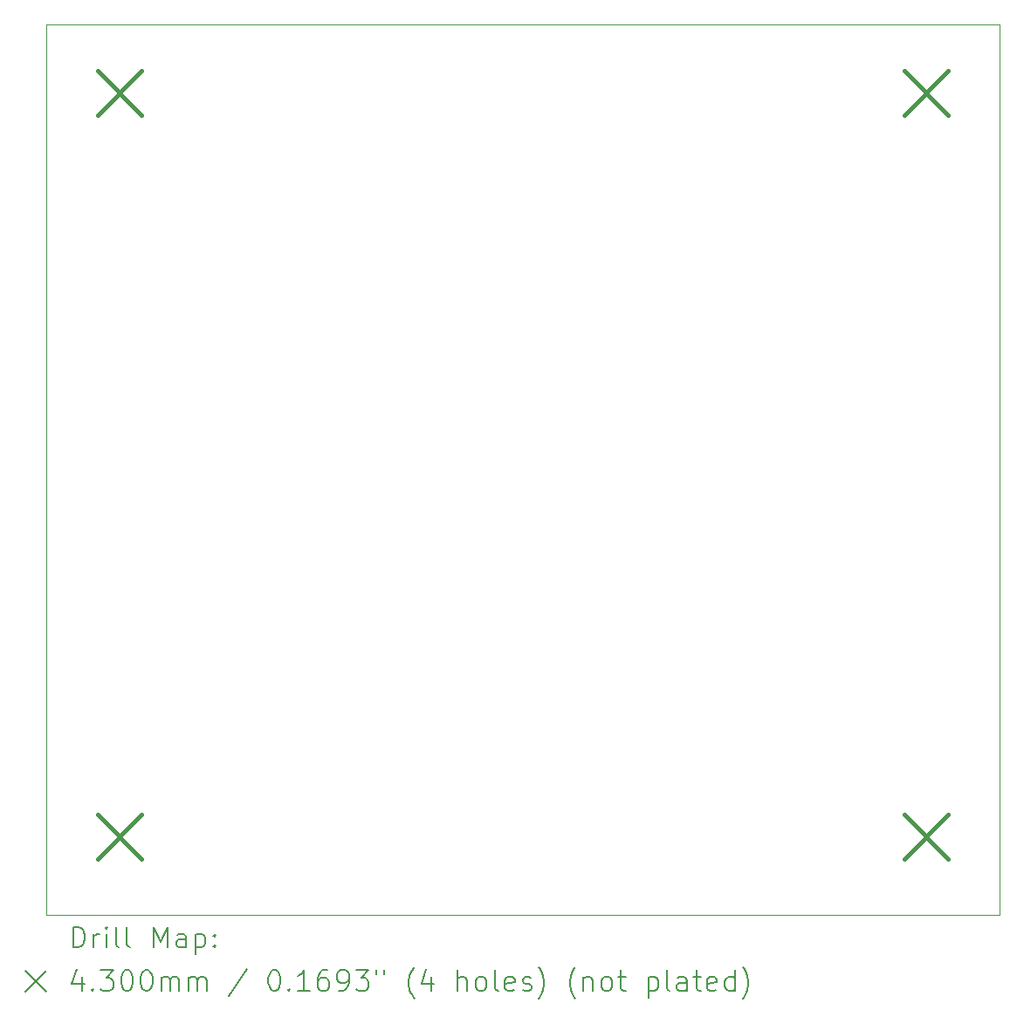
<source format=gbr>
%TF.GenerationSoftware,KiCad,Pcbnew,8.0.0*%
%TF.CreationDate,2024-05-13T12:24:49+02:00*%
%TF.ProjectId,plc_io_module,706c635f-696f-45f6-9d6f-64756c652e6b,1.0.0*%
%TF.SameCoordinates,Original*%
%TF.FileFunction,Drillmap*%
%TF.FilePolarity,Positive*%
%FSLAX45Y45*%
G04 Gerber Fmt 4.5, Leading zero omitted, Abs format (unit mm)*
G04 Created by KiCad (PCBNEW 8.0.0) date 2024-05-13 12:24:49*
%MOMM*%
%LPD*%
G01*
G04 APERTURE LIST*
%ADD10C,0.050000*%
%ADD11C,0.200000*%
%ADD12C,0.430000*%
G04 APERTURE END LIST*
D10*
X9906000Y-5588000D02*
X19151600Y-5588000D01*
X19151600Y-14224000D01*
X9906000Y-14224000D01*
X9906000Y-5588000D01*
D11*
D12*
X10402200Y-6033400D02*
X10832200Y-6463400D01*
X10832200Y-6033400D02*
X10402200Y-6463400D01*
X10402200Y-13247000D02*
X10832200Y-13677000D01*
X10832200Y-13247000D02*
X10402200Y-13677000D01*
X18225400Y-6033400D02*
X18655400Y-6463400D01*
X18655400Y-6033400D02*
X18225400Y-6463400D01*
X18225400Y-13247000D02*
X18655400Y-13677000D01*
X18655400Y-13247000D02*
X18225400Y-13677000D01*
D11*
X10164277Y-14537984D02*
X10164277Y-14337984D01*
X10164277Y-14337984D02*
X10211896Y-14337984D01*
X10211896Y-14337984D02*
X10240467Y-14347508D01*
X10240467Y-14347508D02*
X10259515Y-14366555D01*
X10259515Y-14366555D02*
X10269039Y-14385603D01*
X10269039Y-14385603D02*
X10278563Y-14423698D01*
X10278563Y-14423698D02*
X10278563Y-14452269D01*
X10278563Y-14452269D02*
X10269039Y-14490365D01*
X10269039Y-14490365D02*
X10259515Y-14509412D01*
X10259515Y-14509412D02*
X10240467Y-14528460D01*
X10240467Y-14528460D02*
X10211896Y-14537984D01*
X10211896Y-14537984D02*
X10164277Y-14537984D01*
X10364277Y-14537984D02*
X10364277Y-14404650D01*
X10364277Y-14442746D02*
X10373801Y-14423698D01*
X10373801Y-14423698D02*
X10383324Y-14414174D01*
X10383324Y-14414174D02*
X10402372Y-14404650D01*
X10402372Y-14404650D02*
X10421420Y-14404650D01*
X10488086Y-14537984D02*
X10488086Y-14404650D01*
X10488086Y-14337984D02*
X10478563Y-14347508D01*
X10478563Y-14347508D02*
X10488086Y-14357031D01*
X10488086Y-14357031D02*
X10497610Y-14347508D01*
X10497610Y-14347508D02*
X10488086Y-14337984D01*
X10488086Y-14337984D02*
X10488086Y-14357031D01*
X10611896Y-14537984D02*
X10592848Y-14528460D01*
X10592848Y-14528460D02*
X10583324Y-14509412D01*
X10583324Y-14509412D02*
X10583324Y-14337984D01*
X10716658Y-14537984D02*
X10697610Y-14528460D01*
X10697610Y-14528460D02*
X10688086Y-14509412D01*
X10688086Y-14509412D02*
X10688086Y-14337984D01*
X10945229Y-14537984D02*
X10945229Y-14337984D01*
X10945229Y-14337984D02*
X11011896Y-14480841D01*
X11011896Y-14480841D02*
X11078563Y-14337984D01*
X11078563Y-14337984D02*
X11078563Y-14537984D01*
X11259515Y-14537984D02*
X11259515Y-14433222D01*
X11259515Y-14433222D02*
X11249991Y-14414174D01*
X11249991Y-14414174D02*
X11230943Y-14404650D01*
X11230943Y-14404650D02*
X11192848Y-14404650D01*
X11192848Y-14404650D02*
X11173801Y-14414174D01*
X11259515Y-14528460D02*
X11240467Y-14537984D01*
X11240467Y-14537984D02*
X11192848Y-14537984D01*
X11192848Y-14537984D02*
X11173801Y-14528460D01*
X11173801Y-14528460D02*
X11164277Y-14509412D01*
X11164277Y-14509412D02*
X11164277Y-14490365D01*
X11164277Y-14490365D02*
X11173801Y-14471317D01*
X11173801Y-14471317D02*
X11192848Y-14461793D01*
X11192848Y-14461793D02*
X11240467Y-14461793D01*
X11240467Y-14461793D02*
X11259515Y-14452269D01*
X11354753Y-14404650D02*
X11354753Y-14604650D01*
X11354753Y-14414174D02*
X11373801Y-14404650D01*
X11373801Y-14404650D02*
X11411896Y-14404650D01*
X11411896Y-14404650D02*
X11430943Y-14414174D01*
X11430943Y-14414174D02*
X11440467Y-14423698D01*
X11440467Y-14423698D02*
X11449991Y-14442746D01*
X11449991Y-14442746D02*
X11449991Y-14499888D01*
X11449991Y-14499888D02*
X11440467Y-14518936D01*
X11440467Y-14518936D02*
X11430943Y-14528460D01*
X11430943Y-14528460D02*
X11411896Y-14537984D01*
X11411896Y-14537984D02*
X11373801Y-14537984D01*
X11373801Y-14537984D02*
X11354753Y-14528460D01*
X11535705Y-14518936D02*
X11545229Y-14528460D01*
X11545229Y-14528460D02*
X11535705Y-14537984D01*
X11535705Y-14537984D02*
X11526182Y-14528460D01*
X11526182Y-14528460D02*
X11535705Y-14518936D01*
X11535705Y-14518936D02*
X11535705Y-14537984D01*
X11535705Y-14414174D02*
X11545229Y-14423698D01*
X11545229Y-14423698D02*
X11535705Y-14433222D01*
X11535705Y-14433222D02*
X11526182Y-14423698D01*
X11526182Y-14423698D02*
X11535705Y-14414174D01*
X11535705Y-14414174D02*
X11535705Y-14433222D01*
X9703500Y-14766500D02*
X9903500Y-14966500D01*
X9903500Y-14766500D02*
X9703500Y-14966500D01*
X10249991Y-14824650D02*
X10249991Y-14957984D01*
X10202372Y-14748460D02*
X10154753Y-14891317D01*
X10154753Y-14891317D02*
X10278563Y-14891317D01*
X10354753Y-14938936D02*
X10364277Y-14948460D01*
X10364277Y-14948460D02*
X10354753Y-14957984D01*
X10354753Y-14957984D02*
X10345229Y-14948460D01*
X10345229Y-14948460D02*
X10354753Y-14938936D01*
X10354753Y-14938936D02*
X10354753Y-14957984D01*
X10430944Y-14757984D02*
X10554753Y-14757984D01*
X10554753Y-14757984D02*
X10488086Y-14834174D01*
X10488086Y-14834174D02*
X10516658Y-14834174D01*
X10516658Y-14834174D02*
X10535705Y-14843698D01*
X10535705Y-14843698D02*
X10545229Y-14853222D01*
X10545229Y-14853222D02*
X10554753Y-14872269D01*
X10554753Y-14872269D02*
X10554753Y-14919888D01*
X10554753Y-14919888D02*
X10545229Y-14938936D01*
X10545229Y-14938936D02*
X10535705Y-14948460D01*
X10535705Y-14948460D02*
X10516658Y-14957984D01*
X10516658Y-14957984D02*
X10459515Y-14957984D01*
X10459515Y-14957984D02*
X10440467Y-14948460D01*
X10440467Y-14948460D02*
X10430944Y-14938936D01*
X10678563Y-14757984D02*
X10697610Y-14757984D01*
X10697610Y-14757984D02*
X10716658Y-14767508D01*
X10716658Y-14767508D02*
X10726182Y-14777031D01*
X10726182Y-14777031D02*
X10735705Y-14796079D01*
X10735705Y-14796079D02*
X10745229Y-14834174D01*
X10745229Y-14834174D02*
X10745229Y-14881793D01*
X10745229Y-14881793D02*
X10735705Y-14919888D01*
X10735705Y-14919888D02*
X10726182Y-14938936D01*
X10726182Y-14938936D02*
X10716658Y-14948460D01*
X10716658Y-14948460D02*
X10697610Y-14957984D01*
X10697610Y-14957984D02*
X10678563Y-14957984D01*
X10678563Y-14957984D02*
X10659515Y-14948460D01*
X10659515Y-14948460D02*
X10649991Y-14938936D01*
X10649991Y-14938936D02*
X10640467Y-14919888D01*
X10640467Y-14919888D02*
X10630944Y-14881793D01*
X10630944Y-14881793D02*
X10630944Y-14834174D01*
X10630944Y-14834174D02*
X10640467Y-14796079D01*
X10640467Y-14796079D02*
X10649991Y-14777031D01*
X10649991Y-14777031D02*
X10659515Y-14767508D01*
X10659515Y-14767508D02*
X10678563Y-14757984D01*
X10869039Y-14757984D02*
X10888086Y-14757984D01*
X10888086Y-14757984D02*
X10907134Y-14767508D01*
X10907134Y-14767508D02*
X10916658Y-14777031D01*
X10916658Y-14777031D02*
X10926182Y-14796079D01*
X10926182Y-14796079D02*
X10935705Y-14834174D01*
X10935705Y-14834174D02*
X10935705Y-14881793D01*
X10935705Y-14881793D02*
X10926182Y-14919888D01*
X10926182Y-14919888D02*
X10916658Y-14938936D01*
X10916658Y-14938936D02*
X10907134Y-14948460D01*
X10907134Y-14948460D02*
X10888086Y-14957984D01*
X10888086Y-14957984D02*
X10869039Y-14957984D01*
X10869039Y-14957984D02*
X10849991Y-14948460D01*
X10849991Y-14948460D02*
X10840467Y-14938936D01*
X10840467Y-14938936D02*
X10830944Y-14919888D01*
X10830944Y-14919888D02*
X10821420Y-14881793D01*
X10821420Y-14881793D02*
X10821420Y-14834174D01*
X10821420Y-14834174D02*
X10830944Y-14796079D01*
X10830944Y-14796079D02*
X10840467Y-14777031D01*
X10840467Y-14777031D02*
X10849991Y-14767508D01*
X10849991Y-14767508D02*
X10869039Y-14757984D01*
X11021420Y-14957984D02*
X11021420Y-14824650D01*
X11021420Y-14843698D02*
X11030944Y-14834174D01*
X11030944Y-14834174D02*
X11049991Y-14824650D01*
X11049991Y-14824650D02*
X11078563Y-14824650D01*
X11078563Y-14824650D02*
X11097610Y-14834174D01*
X11097610Y-14834174D02*
X11107134Y-14853222D01*
X11107134Y-14853222D02*
X11107134Y-14957984D01*
X11107134Y-14853222D02*
X11116658Y-14834174D01*
X11116658Y-14834174D02*
X11135705Y-14824650D01*
X11135705Y-14824650D02*
X11164277Y-14824650D01*
X11164277Y-14824650D02*
X11183325Y-14834174D01*
X11183325Y-14834174D02*
X11192848Y-14853222D01*
X11192848Y-14853222D02*
X11192848Y-14957984D01*
X11288086Y-14957984D02*
X11288086Y-14824650D01*
X11288086Y-14843698D02*
X11297610Y-14834174D01*
X11297610Y-14834174D02*
X11316658Y-14824650D01*
X11316658Y-14824650D02*
X11345229Y-14824650D01*
X11345229Y-14824650D02*
X11364277Y-14834174D01*
X11364277Y-14834174D02*
X11373801Y-14853222D01*
X11373801Y-14853222D02*
X11373801Y-14957984D01*
X11373801Y-14853222D02*
X11383324Y-14834174D01*
X11383324Y-14834174D02*
X11402372Y-14824650D01*
X11402372Y-14824650D02*
X11430943Y-14824650D01*
X11430943Y-14824650D02*
X11449991Y-14834174D01*
X11449991Y-14834174D02*
X11459515Y-14853222D01*
X11459515Y-14853222D02*
X11459515Y-14957984D01*
X11849991Y-14748460D02*
X11678563Y-15005603D01*
X12107134Y-14757984D02*
X12126182Y-14757984D01*
X12126182Y-14757984D02*
X12145229Y-14767508D01*
X12145229Y-14767508D02*
X12154753Y-14777031D01*
X12154753Y-14777031D02*
X12164277Y-14796079D01*
X12164277Y-14796079D02*
X12173801Y-14834174D01*
X12173801Y-14834174D02*
X12173801Y-14881793D01*
X12173801Y-14881793D02*
X12164277Y-14919888D01*
X12164277Y-14919888D02*
X12154753Y-14938936D01*
X12154753Y-14938936D02*
X12145229Y-14948460D01*
X12145229Y-14948460D02*
X12126182Y-14957984D01*
X12126182Y-14957984D02*
X12107134Y-14957984D01*
X12107134Y-14957984D02*
X12088086Y-14948460D01*
X12088086Y-14948460D02*
X12078563Y-14938936D01*
X12078563Y-14938936D02*
X12069039Y-14919888D01*
X12069039Y-14919888D02*
X12059515Y-14881793D01*
X12059515Y-14881793D02*
X12059515Y-14834174D01*
X12059515Y-14834174D02*
X12069039Y-14796079D01*
X12069039Y-14796079D02*
X12078563Y-14777031D01*
X12078563Y-14777031D02*
X12088086Y-14767508D01*
X12088086Y-14767508D02*
X12107134Y-14757984D01*
X12259515Y-14938936D02*
X12269039Y-14948460D01*
X12269039Y-14948460D02*
X12259515Y-14957984D01*
X12259515Y-14957984D02*
X12249991Y-14948460D01*
X12249991Y-14948460D02*
X12259515Y-14938936D01*
X12259515Y-14938936D02*
X12259515Y-14957984D01*
X12459515Y-14957984D02*
X12345229Y-14957984D01*
X12402372Y-14957984D02*
X12402372Y-14757984D01*
X12402372Y-14757984D02*
X12383325Y-14786555D01*
X12383325Y-14786555D02*
X12364277Y-14805603D01*
X12364277Y-14805603D02*
X12345229Y-14815127D01*
X12630944Y-14757984D02*
X12592848Y-14757984D01*
X12592848Y-14757984D02*
X12573801Y-14767508D01*
X12573801Y-14767508D02*
X12564277Y-14777031D01*
X12564277Y-14777031D02*
X12545229Y-14805603D01*
X12545229Y-14805603D02*
X12535706Y-14843698D01*
X12535706Y-14843698D02*
X12535706Y-14919888D01*
X12535706Y-14919888D02*
X12545229Y-14938936D01*
X12545229Y-14938936D02*
X12554753Y-14948460D01*
X12554753Y-14948460D02*
X12573801Y-14957984D01*
X12573801Y-14957984D02*
X12611896Y-14957984D01*
X12611896Y-14957984D02*
X12630944Y-14948460D01*
X12630944Y-14948460D02*
X12640467Y-14938936D01*
X12640467Y-14938936D02*
X12649991Y-14919888D01*
X12649991Y-14919888D02*
X12649991Y-14872269D01*
X12649991Y-14872269D02*
X12640467Y-14853222D01*
X12640467Y-14853222D02*
X12630944Y-14843698D01*
X12630944Y-14843698D02*
X12611896Y-14834174D01*
X12611896Y-14834174D02*
X12573801Y-14834174D01*
X12573801Y-14834174D02*
X12554753Y-14843698D01*
X12554753Y-14843698D02*
X12545229Y-14853222D01*
X12545229Y-14853222D02*
X12535706Y-14872269D01*
X12745229Y-14957984D02*
X12783325Y-14957984D01*
X12783325Y-14957984D02*
X12802372Y-14948460D01*
X12802372Y-14948460D02*
X12811896Y-14938936D01*
X12811896Y-14938936D02*
X12830944Y-14910365D01*
X12830944Y-14910365D02*
X12840467Y-14872269D01*
X12840467Y-14872269D02*
X12840467Y-14796079D01*
X12840467Y-14796079D02*
X12830944Y-14777031D01*
X12830944Y-14777031D02*
X12821420Y-14767508D01*
X12821420Y-14767508D02*
X12802372Y-14757984D01*
X12802372Y-14757984D02*
X12764277Y-14757984D01*
X12764277Y-14757984D02*
X12745229Y-14767508D01*
X12745229Y-14767508D02*
X12735706Y-14777031D01*
X12735706Y-14777031D02*
X12726182Y-14796079D01*
X12726182Y-14796079D02*
X12726182Y-14843698D01*
X12726182Y-14843698D02*
X12735706Y-14862746D01*
X12735706Y-14862746D02*
X12745229Y-14872269D01*
X12745229Y-14872269D02*
X12764277Y-14881793D01*
X12764277Y-14881793D02*
X12802372Y-14881793D01*
X12802372Y-14881793D02*
X12821420Y-14872269D01*
X12821420Y-14872269D02*
X12830944Y-14862746D01*
X12830944Y-14862746D02*
X12840467Y-14843698D01*
X12907134Y-14757984D02*
X13030944Y-14757984D01*
X13030944Y-14757984D02*
X12964277Y-14834174D01*
X12964277Y-14834174D02*
X12992848Y-14834174D01*
X12992848Y-14834174D02*
X13011896Y-14843698D01*
X13011896Y-14843698D02*
X13021420Y-14853222D01*
X13021420Y-14853222D02*
X13030944Y-14872269D01*
X13030944Y-14872269D02*
X13030944Y-14919888D01*
X13030944Y-14919888D02*
X13021420Y-14938936D01*
X13021420Y-14938936D02*
X13011896Y-14948460D01*
X13011896Y-14948460D02*
X12992848Y-14957984D01*
X12992848Y-14957984D02*
X12935706Y-14957984D01*
X12935706Y-14957984D02*
X12916658Y-14948460D01*
X12916658Y-14948460D02*
X12907134Y-14938936D01*
X13107134Y-14757984D02*
X13107134Y-14796079D01*
X13183325Y-14757984D02*
X13183325Y-14796079D01*
X13478563Y-15034174D02*
X13469039Y-15024650D01*
X13469039Y-15024650D02*
X13449991Y-14996079D01*
X13449991Y-14996079D02*
X13440468Y-14977031D01*
X13440468Y-14977031D02*
X13430944Y-14948460D01*
X13430944Y-14948460D02*
X13421420Y-14900841D01*
X13421420Y-14900841D02*
X13421420Y-14862746D01*
X13421420Y-14862746D02*
X13430944Y-14815127D01*
X13430944Y-14815127D02*
X13440468Y-14786555D01*
X13440468Y-14786555D02*
X13449991Y-14767508D01*
X13449991Y-14767508D02*
X13469039Y-14738936D01*
X13469039Y-14738936D02*
X13478563Y-14729412D01*
X13640468Y-14824650D02*
X13640468Y-14957984D01*
X13592848Y-14748460D02*
X13545229Y-14891317D01*
X13545229Y-14891317D02*
X13669039Y-14891317D01*
X13897610Y-14957984D02*
X13897610Y-14757984D01*
X13983325Y-14957984D02*
X13983325Y-14853222D01*
X13983325Y-14853222D02*
X13973801Y-14834174D01*
X13973801Y-14834174D02*
X13954753Y-14824650D01*
X13954753Y-14824650D02*
X13926182Y-14824650D01*
X13926182Y-14824650D02*
X13907134Y-14834174D01*
X13907134Y-14834174D02*
X13897610Y-14843698D01*
X14107134Y-14957984D02*
X14088087Y-14948460D01*
X14088087Y-14948460D02*
X14078563Y-14938936D01*
X14078563Y-14938936D02*
X14069039Y-14919888D01*
X14069039Y-14919888D02*
X14069039Y-14862746D01*
X14069039Y-14862746D02*
X14078563Y-14843698D01*
X14078563Y-14843698D02*
X14088087Y-14834174D01*
X14088087Y-14834174D02*
X14107134Y-14824650D01*
X14107134Y-14824650D02*
X14135706Y-14824650D01*
X14135706Y-14824650D02*
X14154753Y-14834174D01*
X14154753Y-14834174D02*
X14164277Y-14843698D01*
X14164277Y-14843698D02*
X14173801Y-14862746D01*
X14173801Y-14862746D02*
X14173801Y-14919888D01*
X14173801Y-14919888D02*
X14164277Y-14938936D01*
X14164277Y-14938936D02*
X14154753Y-14948460D01*
X14154753Y-14948460D02*
X14135706Y-14957984D01*
X14135706Y-14957984D02*
X14107134Y-14957984D01*
X14288087Y-14957984D02*
X14269039Y-14948460D01*
X14269039Y-14948460D02*
X14259515Y-14929412D01*
X14259515Y-14929412D02*
X14259515Y-14757984D01*
X14440468Y-14948460D02*
X14421420Y-14957984D01*
X14421420Y-14957984D02*
X14383325Y-14957984D01*
X14383325Y-14957984D02*
X14364277Y-14948460D01*
X14364277Y-14948460D02*
X14354753Y-14929412D01*
X14354753Y-14929412D02*
X14354753Y-14853222D01*
X14354753Y-14853222D02*
X14364277Y-14834174D01*
X14364277Y-14834174D02*
X14383325Y-14824650D01*
X14383325Y-14824650D02*
X14421420Y-14824650D01*
X14421420Y-14824650D02*
X14440468Y-14834174D01*
X14440468Y-14834174D02*
X14449991Y-14853222D01*
X14449991Y-14853222D02*
X14449991Y-14872269D01*
X14449991Y-14872269D02*
X14354753Y-14891317D01*
X14526182Y-14948460D02*
X14545230Y-14957984D01*
X14545230Y-14957984D02*
X14583325Y-14957984D01*
X14583325Y-14957984D02*
X14602372Y-14948460D01*
X14602372Y-14948460D02*
X14611896Y-14929412D01*
X14611896Y-14929412D02*
X14611896Y-14919888D01*
X14611896Y-14919888D02*
X14602372Y-14900841D01*
X14602372Y-14900841D02*
X14583325Y-14891317D01*
X14583325Y-14891317D02*
X14554753Y-14891317D01*
X14554753Y-14891317D02*
X14535706Y-14881793D01*
X14535706Y-14881793D02*
X14526182Y-14862746D01*
X14526182Y-14862746D02*
X14526182Y-14853222D01*
X14526182Y-14853222D02*
X14535706Y-14834174D01*
X14535706Y-14834174D02*
X14554753Y-14824650D01*
X14554753Y-14824650D02*
X14583325Y-14824650D01*
X14583325Y-14824650D02*
X14602372Y-14834174D01*
X14678563Y-15034174D02*
X14688087Y-15024650D01*
X14688087Y-15024650D02*
X14707134Y-14996079D01*
X14707134Y-14996079D02*
X14716658Y-14977031D01*
X14716658Y-14977031D02*
X14726182Y-14948460D01*
X14726182Y-14948460D02*
X14735706Y-14900841D01*
X14735706Y-14900841D02*
X14735706Y-14862746D01*
X14735706Y-14862746D02*
X14726182Y-14815127D01*
X14726182Y-14815127D02*
X14716658Y-14786555D01*
X14716658Y-14786555D02*
X14707134Y-14767508D01*
X14707134Y-14767508D02*
X14688087Y-14738936D01*
X14688087Y-14738936D02*
X14678563Y-14729412D01*
X15040468Y-15034174D02*
X15030944Y-15024650D01*
X15030944Y-15024650D02*
X15011896Y-14996079D01*
X15011896Y-14996079D02*
X15002372Y-14977031D01*
X15002372Y-14977031D02*
X14992849Y-14948460D01*
X14992849Y-14948460D02*
X14983325Y-14900841D01*
X14983325Y-14900841D02*
X14983325Y-14862746D01*
X14983325Y-14862746D02*
X14992849Y-14815127D01*
X14992849Y-14815127D02*
X15002372Y-14786555D01*
X15002372Y-14786555D02*
X15011896Y-14767508D01*
X15011896Y-14767508D02*
X15030944Y-14738936D01*
X15030944Y-14738936D02*
X15040468Y-14729412D01*
X15116658Y-14824650D02*
X15116658Y-14957984D01*
X15116658Y-14843698D02*
X15126182Y-14834174D01*
X15126182Y-14834174D02*
X15145230Y-14824650D01*
X15145230Y-14824650D02*
X15173801Y-14824650D01*
X15173801Y-14824650D02*
X15192849Y-14834174D01*
X15192849Y-14834174D02*
X15202372Y-14853222D01*
X15202372Y-14853222D02*
X15202372Y-14957984D01*
X15326182Y-14957984D02*
X15307134Y-14948460D01*
X15307134Y-14948460D02*
X15297611Y-14938936D01*
X15297611Y-14938936D02*
X15288087Y-14919888D01*
X15288087Y-14919888D02*
X15288087Y-14862746D01*
X15288087Y-14862746D02*
X15297611Y-14843698D01*
X15297611Y-14843698D02*
X15307134Y-14834174D01*
X15307134Y-14834174D02*
X15326182Y-14824650D01*
X15326182Y-14824650D02*
X15354753Y-14824650D01*
X15354753Y-14824650D02*
X15373801Y-14834174D01*
X15373801Y-14834174D02*
X15383325Y-14843698D01*
X15383325Y-14843698D02*
X15392849Y-14862746D01*
X15392849Y-14862746D02*
X15392849Y-14919888D01*
X15392849Y-14919888D02*
X15383325Y-14938936D01*
X15383325Y-14938936D02*
X15373801Y-14948460D01*
X15373801Y-14948460D02*
X15354753Y-14957984D01*
X15354753Y-14957984D02*
X15326182Y-14957984D01*
X15449992Y-14824650D02*
X15526182Y-14824650D01*
X15478563Y-14757984D02*
X15478563Y-14929412D01*
X15478563Y-14929412D02*
X15488087Y-14948460D01*
X15488087Y-14948460D02*
X15507134Y-14957984D01*
X15507134Y-14957984D02*
X15526182Y-14957984D01*
X15745230Y-14824650D02*
X15745230Y-15024650D01*
X15745230Y-14834174D02*
X15764277Y-14824650D01*
X15764277Y-14824650D02*
X15802373Y-14824650D01*
X15802373Y-14824650D02*
X15821420Y-14834174D01*
X15821420Y-14834174D02*
X15830944Y-14843698D01*
X15830944Y-14843698D02*
X15840468Y-14862746D01*
X15840468Y-14862746D02*
X15840468Y-14919888D01*
X15840468Y-14919888D02*
X15830944Y-14938936D01*
X15830944Y-14938936D02*
X15821420Y-14948460D01*
X15821420Y-14948460D02*
X15802373Y-14957984D01*
X15802373Y-14957984D02*
X15764277Y-14957984D01*
X15764277Y-14957984D02*
X15745230Y-14948460D01*
X15954753Y-14957984D02*
X15935706Y-14948460D01*
X15935706Y-14948460D02*
X15926182Y-14929412D01*
X15926182Y-14929412D02*
X15926182Y-14757984D01*
X16116658Y-14957984D02*
X16116658Y-14853222D01*
X16116658Y-14853222D02*
X16107134Y-14834174D01*
X16107134Y-14834174D02*
X16088087Y-14824650D01*
X16088087Y-14824650D02*
X16049992Y-14824650D01*
X16049992Y-14824650D02*
X16030944Y-14834174D01*
X16116658Y-14948460D02*
X16097611Y-14957984D01*
X16097611Y-14957984D02*
X16049992Y-14957984D01*
X16049992Y-14957984D02*
X16030944Y-14948460D01*
X16030944Y-14948460D02*
X16021420Y-14929412D01*
X16021420Y-14929412D02*
X16021420Y-14910365D01*
X16021420Y-14910365D02*
X16030944Y-14891317D01*
X16030944Y-14891317D02*
X16049992Y-14881793D01*
X16049992Y-14881793D02*
X16097611Y-14881793D01*
X16097611Y-14881793D02*
X16116658Y-14872269D01*
X16183325Y-14824650D02*
X16259515Y-14824650D01*
X16211896Y-14757984D02*
X16211896Y-14929412D01*
X16211896Y-14929412D02*
X16221420Y-14948460D01*
X16221420Y-14948460D02*
X16240468Y-14957984D01*
X16240468Y-14957984D02*
X16259515Y-14957984D01*
X16402373Y-14948460D02*
X16383325Y-14957984D01*
X16383325Y-14957984D02*
X16345230Y-14957984D01*
X16345230Y-14957984D02*
X16326182Y-14948460D01*
X16326182Y-14948460D02*
X16316658Y-14929412D01*
X16316658Y-14929412D02*
X16316658Y-14853222D01*
X16316658Y-14853222D02*
X16326182Y-14834174D01*
X16326182Y-14834174D02*
X16345230Y-14824650D01*
X16345230Y-14824650D02*
X16383325Y-14824650D01*
X16383325Y-14824650D02*
X16402373Y-14834174D01*
X16402373Y-14834174D02*
X16411896Y-14853222D01*
X16411896Y-14853222D02*
X16411896Y-14872269D01*
X16411896Y-14872269D02*
X16316658Y-14891317D01*
X16583325Y-14957984D02*
X16583325Y-14757984D01*
X16583325Y-14948460D02*
X16564277Y-14957984D01*
X16564277Y-14957984D02*
X16526182Y-14957984D01*
X16526182Y-14957984D02*
X16507134Y-14948460D01*
X16507134Y-14948460D02*
X16497611Y-14938936D01*
X16497611Y-14938936D02*
X16488087Y-14919888D01*
X16488087Y-14919888D02*
X16488087Y-14862746D01*
X16488087Y-14862746D02*
X16497611Y-14843698D01*
X16497611Y-14843698D02*
X16507134Y-14834174D01*
X16507134Y-14834174D02*
X16526182Y-14824650D01*
X16526182Y-14824650D02*
X16564277Y-14824650D01*
X16564277Y-14824650D02*
X16583325Y-14834174D01*
X16659515Y-15034174D02*
X16669039Y-15024650D01*
X16669039Y-15024650D02*
X16688087Y-14996079D01*
X16688087Y-14996079D02*
X16697611Y-14977031D01*
X16697611Y-14977031D02*
X16707134Y-14948460D01*
X16707134Y-14948460D02*
X16716658Y-14900841D01*
X16716658Y-14900841D02*
X16716658Y-14862746D01*
X16716658Y-14862746D02*
X16707134Y-14815127D01*
X16707134Y-14815127D02*
X16697611Y-14786555D01*
X16697611Y-14786555D02*
X16688087Y-14767508D01*
X16688087Y-14767508D02*
X16669039Y-14738936D01*
X16669039Y-14738936D02*
X16659515Y-14729412D01*
M02*

</source>
